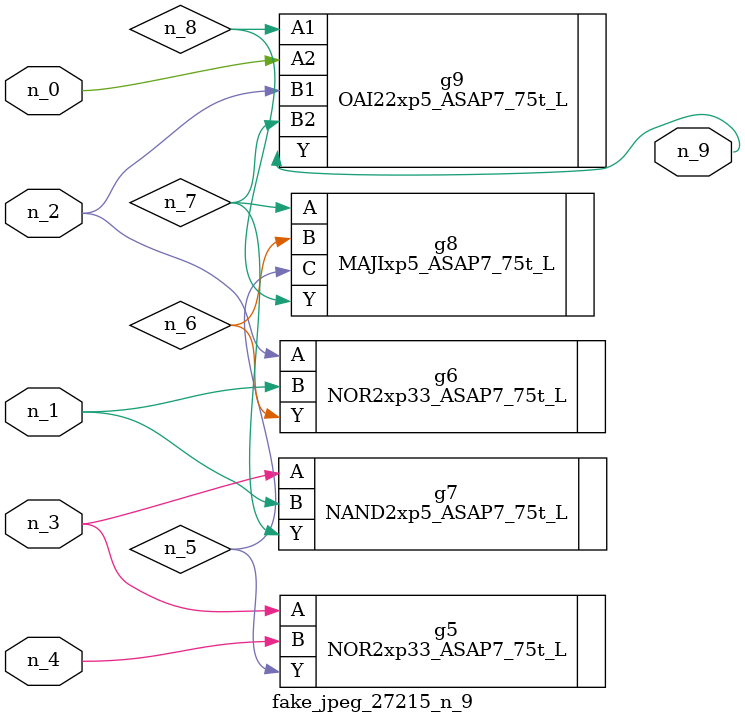
<source format=v>
module fake_jpeg_27215_n_9 (n_3, n_2, n_1, n_0, n_4, n_9);

input n_3;
input n_2;
input n_1;
input n_0;
input n_4;

output n_9;

wire n_8;
wire n_6;
wire n_5;
wire n_7;

NOR2xp33_ASAP7_75t_L g5 ( 
.A(n_3),
.B(n_4),
.Y(n_5)
);

NOR2xp33_ASAP7_75t_L g6 ( 
.A(n_2),
.B(n_1),
.Y(n_6)
);

NAND2xp5_ASAP7_75t_L g7 ( 
.A(n_3),
.B(n_1),
.Y(n_7)
);

MAJIxp5_ASAP7_75t_L g8 ( 
.A(n_7),
.B(n_6),
.C(n_5),
.Y(n_8)
);

OAI22xp5_ASAP7_75t_L g9 ( 
.A1(n_8),
.A2(n_0),
.B1(n_2),
.B2(n_7),
.Y(n_9)
);


endmodule
</source>
